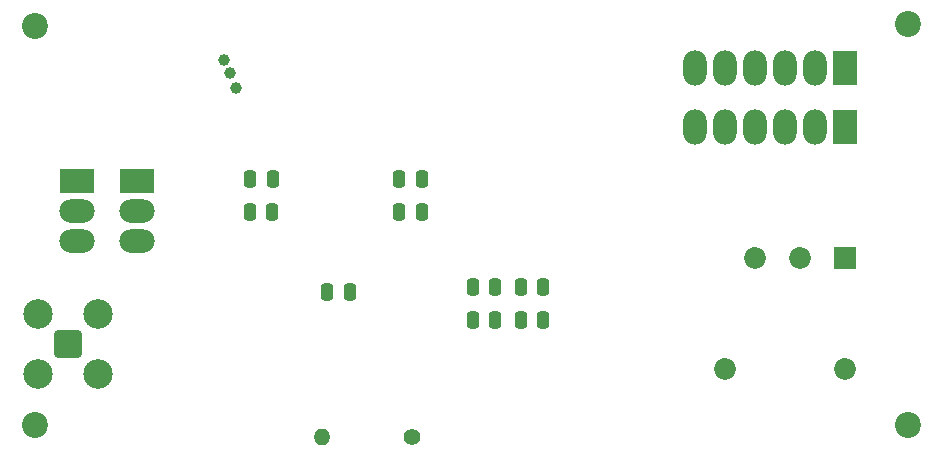
<source format=gbr>
%TF.GenerationSoftware,KiCad,Pcbnew,7.0.1*%
%TF.CreationDate,2024-02-12T12:04:44+00:00*%
%TF.ProjectId,UoB TICSP,556f4220-5449-4435-9350-2e6b69636164,1*%
%TF.SameCoordinates,Original*%
%TF.FileFunction,Soldermask,Bot*%
%TF.FilePolarity,Negative*%
%FSLAX46Y46*%
G04 Gerber Fmt 4.6, Leading zero omitted, Abs format (unit mm)*
G04 Created by KiCad (PCBNEW 7.0.1) date 2024-02-12 12:04:44*
%MOMM*%
%LPD*%
G01*
G04 APERTURE LIST*
G04 Aperture macros list*
%AMRoundRect*
0 Rectangle with rounded corners*
0 $1 Rounding radius*
0 $2 $3 $4 $5 $6 $7 $8 $9 X,Y pos of 4 corners*
0 Add a 4 corners polygon primitive as box body*
4,1,4,$2,$3,$4,$5,$6,$7,$8,$9,$2,$3,0*
0 Add four circle primitives for the rounded corners*
1,1,$1+$1,$2,$3*
1,1,$1+$1,$4,$5*
1,1,$1+$1,$6,$7*
1,1,$1+$1,$8,$9*
0 Add four rect primitives between the rounded corners*
20,1,$1+$1,$2,$3,$4,$5,0*
20,1,$1+$1,$4,$5,$6,$7,0*
20,1,$1+$1,$6,$7,$8,$9,0*
20,1,$1+$1,$8,$9,$2,$3,0*%
G04 Aperture macros list end*
%ADD10R,3.000000X2.000000*%
%ADD11O,3.000000X2.000000*%
%ADD12C,2.200000*%
%ADD13RoundRect,0.200100X0.949900X-0.949900X0.949900X0.949900X-0.949900X0.949900X-0.949900X-0.949900X0*%
%ADD14C,2.500000*%
%ADD15C,1.400000*%
%ADD16O,1.400000X1.400000*%
%ADD17R,2.000000X3.000000*%
%ADD18O,2.000000X3.000000*%
%ADD19C,1.000000*%
%ADD20R,1.850000X1.850000*%
%ADD21C,1.850000*%
%ADD22RoundRect,0.250000X0.250000X0.475000X-0.250000X0.475000X-0.250000X-0.475000X0.250000X-0.475000X0*%
%ADD23RoundRect,0.250000X-0.250000X-0.475000X0.250000X-0.475000X0.250000X0.475000X-0.250000X0.475000X0*%
G04 APERTURE END LIST*
D10*
%TO.C,J1*%
X95678000Y-71221600D03*
X90678000Y-71221600D03*
D11*
X95678000Y-73761600D03*
X90678000Y-73761600D03*
X95678000Y-76301600D03*
X90678000Y-76301600D03*
%TD*%
D12*
%TO.C,H2*%
X87122000Y-91948000D03*
%TD*%
D13*
%TO.C,J2*%
X89860000Y-85040000D03*
D14*
X87320000Y-87580000D03*
X92400000Y-87580000D03*
X87320000Y-82500000D03*
X92400000Y-82500000D03*
%TD*%
D15*
%TO.C,R14*%
X118973600Y-92913200D03*
D16*
X111353600Y-92913200D03*
%TD*%
D17*
%TO.C,J4*%
X155625800Y-66649600D03*
X155625800Y-61649600D03*
D18*
X153085800Y-66649600D03*
X153085800Y-61649600D03*
X150545800Y-66649600D03*
X150545800Y-61649600D03*
X148005800Y-66649600D03*
X148005800Y-61649600D03*
X145465800Y-66649600D03*
X145465800Y-61649600D03*
X142925800Y-66649600D03*
X142925800Y-61649600D03*
%TD*%
D12*
%TO.C,H3*%
X161010600Y-57937400D03*
%TD*%
D19*
%TO.C,IAC*%
X103100604Y-60971500D03*
X103608604Y-62139900D03*
X104065804Y-63333700D03*
%TD*%
D12*
%TO.C,H4*%
X161036000Y-91948000D03*
%TD*%
%TO.C,H1*%
X87122000Y-58166000D03*
%TD*%
D20*
%TO.C,PS1*%
X155702000Y-77800000D03*
D21*
X151892000Y-77800000D03*
X155702000Y-87198000D03*
X145542000Y-87198000D03*
X148082000Y-77800000D03*
%TD*%
D22*
%TO.C,C10*%
X107188000Y-73914000D03*
X105288000Y-73914000D03*
%TD*%
%TO.C,C7*%
X130124200Y-80187800D03*
X128224200Y-80187800D03*
%TD*%
%TO.C,C17*%
X126060200Y-80187800D03*
X124160200Y-80187800D03*
%TD*%
%TO.C,C9*%
X107198200Y-71120000D03*
X105298200Y-71120000D03*
%TD*%
%TO.C,C8*%
X130124200Y-82981800D03*
X128224200Y-82981800D03*
%TD*%
D23*
%TO.C,C16*%
X117922000Y-71094600D03*
X119822000Y-71094600D03*
%TD*%
D22*
%TO.C,C19*%
X126060200Y-82981800D03*
X124160200Y-82981800D03*
%TD*%
%TO.C,C13*%
X113726000Y-80670400D03*
X111826000Y-80670400D03*
%TD*%
D23*
%TO.C,C18*%
X117937200Y-73914000D03*
X119837200Y-73914000D03*
%TD*%
M02*

</source>
